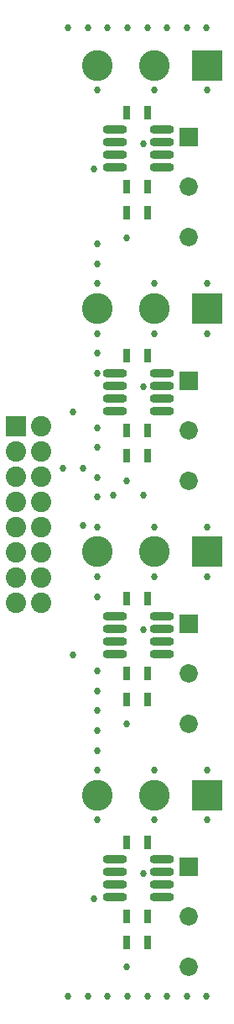
<source format=gts>
%FSLAX33Y33*%
%MOMM*%
%AMRR-H2403201-W803199-R299999-RO1.500*
21,1,0.203201,2.403201,0.,0.,90*
21,1,0.803199,1.803203,0.,0.,90*
1,1,0.599998,-0.9016015,-0.1016005*
1,1,0.599998,-0.9016015,0.1016005*
1,1,0.599998,0.9016015,0.1016005*
1,1,0.599998,0.9016015,-0.1016005*%
%AMRect-W670710-H1320710-RO1.000*
21,1,0.67071,1.32071,0.,0.,180*%
%AMRect-W3100000-H3100000-RO1.500*
21,1,3.1,3.1,0.,0.,90*%
%ADD10C,0.68834*%
%ADD11RR-H2403201-W803199-R299999-RO1.500*%
%ADD12Rect-W670710-H1320710-RO1.000*%
%ADD13C,3.1*%
%ADD14Rect-W3100000-H3100000-RO1.500*%
%ADD15R,0.67071X1.32071*%
%ADD16C,1.85*%
%ADD17R,1.85X1.85*%
%ADD18R,2.049999X2.049999*%
%ADD19C,2.049999*%
D10*
%LNtop solder mask_traces*%
G01*
X23000Y1500D03*
X9500Y60345D03*
X17750Y43750D03*
X16650Y13885D03*
X11950Y41750D03*
X11950Y58750D03*
X11950Y53750D03*
X11950Y92750D03*
X10500Y54650D03*
X11950Y19250D03*
X13550Y51920D03*
X23050Y48750D03*
X11950Y24250D03*
X17750Y24250D03*
X19000Y99000D03*
X11950Y64250D03*
X17750Y92750D03*
X23050Y73250D03*
X14950Y4420D03*
X21000Y99000D03*
X11000Y99000D03*
X11950Y73250D03*
X17750Y73250D03*
X11950Y75250D03*
X15000Y1500D03*
X17000Y1500D03*
X16650Y51920D03*
X23050Y19250D03*
X19000Y1500D03*
X16650Y87385D03*
X16650Y62885D03*
X11950Y48750D03*
X11950Y68250D03*
X10500Y48900D03*
X13000Y1500D03*
X23000Y99000D03*
X11950Y34240D03*
X11950Y26250D03*
X16650Y38385D03*
X11600Y84845D03*
X23050Y92750D03*
X11600Y11345D03*
X9000Y99000D03*
X13000Y99000D03*
X17750Y68250D03*
X11950Y56750D03*
X23050Y68250D03*
X11950Y28240D03*
X23050Y43750D03*
X14950Y28920D03*
X9000Y1500D03*
X14950Y77900D03*
X14950Y53420D03*
X23050Y24250D03*
X15000Y99000D03*
X9500Y35845D03*
X11950Y32240D03*
X11950Y77250D03*
X17750Y48750D03*
X21000Y1500D03*
X11000Y1500D03*
X11950Y30240D03*
X17750Y19250D03*
X11950Y66250D03*
X11950Y43750D03*
X8450Y54650D03*
X17000Y99000D03*
X11950Y51750D03*
%LNtop solder mask component 54b877865c8c6b60*%
D11*
X13702Y64257D03*
X13702Y62987D03*
X13702Y61717D03*
X13702Y60447D03*
X18502Y64257D03*
X18502Y62987D03*
X18502Y61717D03*
X18502Y60447D03*
%LNtop solder mask component ec987d63ba6e90ee*%
D12*
X17050Y34000D03*
X14950Y34000D03*
%LNtop solder mask component bd244cdf4675282d*%
D11*
X13702Y88757D03*
X13702Y87487D03*
X13702Y86217D03*
X13702Y84947D03*
X18502Y88757D03*
X18502Y87487D03*
X18502Y86217D03*
X18502Y84947D03*
%LNtop solder mask component 0ad7e8ae81e927d5*%
D13*
X17750Y70750D03*
X11950Y70750D03*
D14*
X23050Y70750D03*
%LNtop solder mask component 4844c5e462a7c31c*%
D15*
X14950Y80400D03*
X17050Y80400D03*
%LNtop solder mask component 63f92f49c0d789ba*%
D16*
X21200Y77920D03*
X21200Y83000D03*
D17*
X21200Y88000D03*
%LNtop solder mask component ad66eb5f7ad9457e*%
D15*
X14950Y6900D03*
X17050Y6900D03*
%LNtop solder mask component 1e8cbf461f4e0159*%
X14950Y55900D03*
X17050Y55900D03*
%LNtop solder mask component 342f6c2ee5101998*%
D18*
X3730Y58890D03*
D19*
X3730Y56350D03*
X3730Y53810D03*
X3730Y51270D03*
X3730Y48730D03*
X3730Y46190D03*
X3730Y43650D03*
X3730Y41110D03*
X6270Y58890D03*
X6270Y56350D03*
X6270Y53810D03*
X6270Y51270D03*
X6270Y48730D03*
X6270Y46190D03*
X6270Y43650D03*
X6270Y41110D03*
%LNtop solder mask component f1d5df593f81f1a4*%
D12*
X17050Y41500D03*
X14950Y41500D03*
%LNtop solder mask component fc347e21ca2c40c2*%
X17050Y9500D03*
X14950Y9500D03*
%LNtop solder mask component a7ff6b6d77965276*%
X17050Y83000D03*
X14950Y83000D03*
%LNtop solder mask component f7b1e4ff4598025d*%
D16*
X21200Y53420D03*
X21200Y58500D03*
D17*
X21200Y63500D03*
%LNtop solder mask component 9d6c2c66087e3285*%
D13*
X17750Y95250D03*
X11950Y95250D03*
D14*
X23050Y95250D03*
%LNtop solder mask component be414f40d5ea6e4f*%
D12*
X17050Y58500D03*
X14950Y58500D03*
%LNtop solder mask component be58aacc16939a2a*%
D13*
X17750Y46250D03*
X11950Y46250D03*
D14*
X23050Y46250D03*
%LNtop solder mask component 06eb1e308c3147ac*%
D16*
X21200Y28920D03*
X21200Y34000D03*
D17*
X21200Y39000D03*
%LNtop solder mask component 429111ad9cdb4e16*%
D13*
X17750Y21750D03*
X11950Y21750D03*
D14*
X23050Y21750D03*
%LNtop solder mask component b15d75c6ec27c82e*%
D12*
X17050Y17000D03*
X14950Y17000D03*
%LNtop solder mask component 0599ffb3c0a8959f*%
D11*
X13702Y15257D03*
X13702Y13987D03*
X13702Y12717D03*
X13702Y11447D03*
X18502Y15257D03*
X18502Y13987D03*
X18502Y12717D03*
X18502Y11447D03*
%LNtop solder mask component 800e5b6bc9c18d00*%
D12*
X17050Y66000D03*
X14950Y66000D03*
%LNtop solder mask component 92b6b987cdba25fc*%
X17050Y90500D03*
X14950Y90500D03*
%LNtop solder mask component a69faa7c95684c53*%
D16*
X21200Y4420D03*
X21200Y9500D03*
D17*
X21200Y14500D03*
%LNtop solder mask component 1d86972c5e83ae7f*%
D11*
X13702Y39757D03*
X13702Y38487D03*
X13702Y37217D03*
X13702Y35947D03*
X18502Y39757D03*
X18502Y38487D03*
X18502Y37217D03*
X18502Y35947D03*
%LNtop solder mask component 889bc73f0323b172*%
D15*
X14950Y31400D03*
X17050Y31400D03*
M02*
</source>
